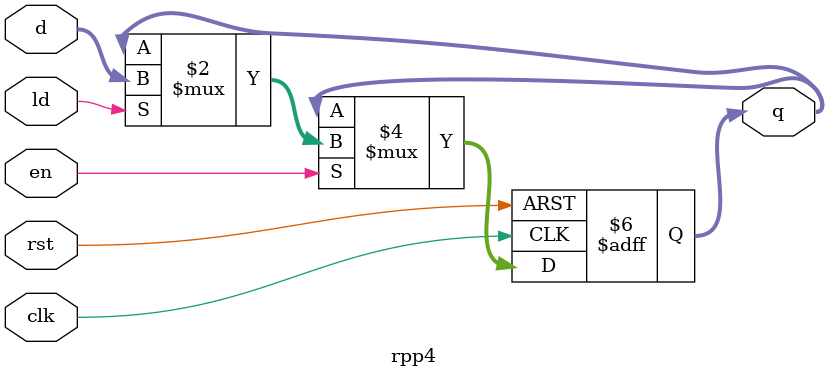
<source format=v>
`timescale 1ns / 1ps

module rpp4(
    input en, clk, rst, ld,
    input [7:0] d,
    output reg [7:0] q
    );
    
    always @ (posedge clk, posedge rst)
       if (rst)
           q<=8'b0;
           else if (en)
                   if (ld)
                      q<=d;
endmodule


</source>
